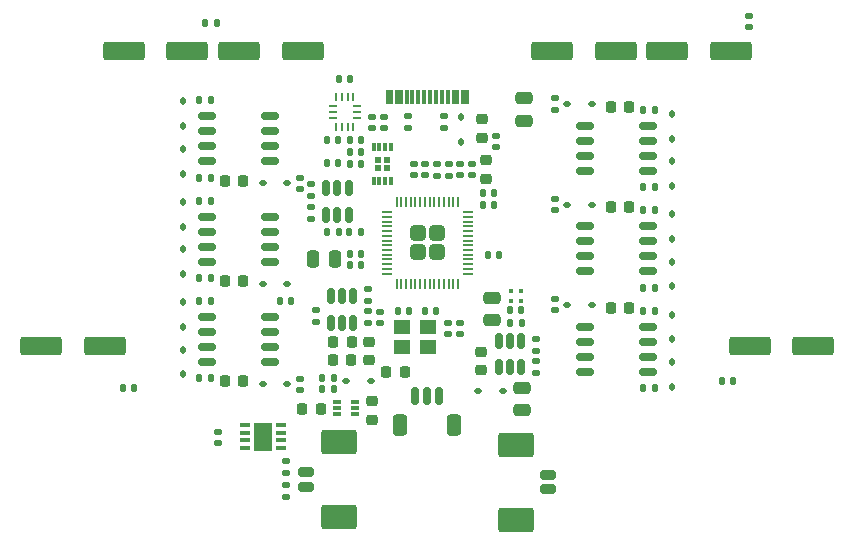
<source format=gbr>
%TF.GenerationSoftware,KiCad,Pcbnew,8.0.2*%
%TF.CreationDate,2024-05-05T14:41:11+02:00*%
%TF.ProjectId,motor_unicorn,6d6f746f-725f-4756-9e69-636f726e2e6b,rev?*%
%TF.SameCoordinates,Original*%
%TF.FileFunction,Paste,Top*%
%TF.FilePolarity,Positive*%
%FSLAX46Y46*%
G04 Gerber Fmt 4.6, Leading zero omitted, Abs format (unit mm)*
G04 Created by KiCad (PCBNEW 8.0.2) date 2024-05-05 14:41:11*
%MOMM*%
%LPD*%
G01*
G04 APERTURE LIST*
G04 Aperture macros list*
%AMRoundRect*
0 Rectangle with rounded corners*
0 $1 Rounding radius*
0 $2 $3 $4 $5 $6 $7 $8 $9 X,Y pos of 4 corners*
0 Add a 4 corners polygon primitive as box body*
4,1,4,$2,$3,$4,$5,$6,$7,$8,$9,$2,$3,0*
0 Add four circle primitives for the rounded corners*
1,1,$1+$1,$2,$3*
1,1,$1+$1,$4,$5*
1,1,$1+$1,$6,$7*
1,1,$1+$1,$8,$9*
0 Add four rect primitives between the rounded corners*
20,1,$1+$1,$2,$3,$4,$5,0*
20,1,$1+$1,$4,$5,$6,$7,0*
20,1,$1+$1,$6,$7,$8,$9,0*
20,1,$1+$1,$8,$9,$2,$3,0*%
G04 Aperture macros list end*
%ADD10R,1.400000X1.200000*%
%ADD11R,0.450000X0.450000*%
%ADD12R,0.600000X0.500000*%
%ADD13R,0.300000X0.750000*%
%ADD14RoundRect,0.140000X0.140000X0.170000X-0.140000X0.170000X-0.140000X-0.170000X0.140000X-0.170000X0*%
%ADD15RoundRect,0.112500X-0.187500X-0.112500X0.187500X-0.112500X0.187500X0.112500X-0.187500X0.112500X0*%
%ADD16RoundRect,0.250000X-0.250000X-0.475000X0.250000X-0.475000X0.250000X0.475000X-0.250000X0.475000X0*%
%ADD17RoundRect,0.250000X-0.475000X0.250000X-0.475000X-0.250000X0.475000X-0.250000X0.475000X0.250000X0*%
%ADD18RoundRect,0.250000X0.475000X-0.250000X0.475000X0.250000X-0.475000X0.250000X-0.475000X-0.250000X0*%
%ADD19RoundRect,0.250000X-1.500000X-0.550000X1.500000X-0.550000X1.500000X0.550000X-1.500000X0.550000X0*%
%ADD20RoundRect,0.112500X0.112500X-0.187500X0.112500X0.187500X-0.112500X0.187500X-0.112500X-0.187500X0*%
%ADD21RoundRect,0.140000X0.170000X-0.140000X0.170000X0.140000X-0.170000X0.140000X-0.170000X-0.140000X0*%
%ADD22RoundRect,0.112500X-0.112500X0.187500X-0.112500X-0.187500X0.112500X-0.187500X0.112500X0.187500X0*%
%ADD23RoundRect,0.140000X-0.140000X-0.170000X0.140000X-0.170000X0.140000X0.170000X-0.140000X0.170000X0*%
%ADD24RoundRect,0.150000X0.150000X-0.512500X0.150000X0.512500X-0.150000X0.512500X-0.150000X-0.512500X0*%
%ADD25R,0.840000X0.350000*%
%ADD26R,1.600000X2.400000*%
%ADD27RoundRect,0.135000X-0.185000X0.135000X-0.185000X-0.135000X0.185000X-0.135000X0.185000X0.135000X0*%
%ADD28R,0.250000X0.675000*%
%ADD29R,0.675000X0.250000*%
%ADD30RoundRect,0.225000X-0.225000X-0.250000X0.225000X-0.250000X0.225000X0.250000X-0.225000X0.250000X0*%
%ADD31RoundRect,0.140000X-0.170000X0.140000X-0.170000X-0.140000X0.170000X-0.140000X0.170000X0.140000X0*%
%ADD32RoundRect,0.135000X0.135000X0.185000X-0.135000X0.185000X-0.135000X-0.185000X0.135000X-0.185000X0*%
%ADD33RoundRect,0.135000X-0.135000X-0.185000X0.135000X-0.185000X0.135000X0.185000X-0.135000X0.185000X0*%
%ADD34RoundRect,0.112500X0.187500X0.112500X-0.187500X0.112500X-0.187500X-0.112500X0.187500X-0.112500X0*%
%ADD35RoundRect,0.218750X-0.256250X0.218750X-0.256250X-0.218750X0.256250X-0.218750X0.256250X0.218750X0*%
%ADD36R,0.300000X1.150000*%
%ADD37RoundRect,0.250000X1.500000X0.550000X-1.500000X0.550000X-1.500000X-0.550000X1.500000X-0.550000X0*%
%ADD38RoundRect,0.150000X-0.625000X-0.150000X0.625000X-0.150000X0.625000X0.150000X-0.625000X0.150000X0*%
%ADD39RoundRect,0.218750X-0.218750X-0.256250X0.218750X-0.256250X0.218750X0.256250X-0.218750X0.256250X0*%
%ADD40RoundRect,0.200000X-0.450000X0.200000X-0.450000X-0.200000X0.450000X-0.200000X0.450000X0.200000X0*%
%ADD41RoundRect,0.250001X-1.249999X0.799999X-1.249999X-0.799999X1.249999X-0.799999X1.249999X0.799999X0*%
%ADD42RoundRect,0.225000X0.225000X0.250000X-0.225000X0.250000X-0.225000X-0.250000X0.225000X-0.250000X0*%
%ADD43RoundRect,0.085000X-0.265000X-0.085000X0.265000X-0.085000X0.265000X0.085000X-0.265000X0.085000X0*%
%ADD44RoundRect,0.150000X0.625000X0.150000X-0.625000X0.150000X-0.625000X-0.150000X0.625000X-0.150000X0*%
%ADD45RoundRect,0.225000X-0.250000X0.225000X-0.250000X-0.225000X0.250000X-0.225000X0.250000X0.225000X0*%
%ADD46RoundRect,0.200000X0.450000X-0.200000X0.450000X0.200000X-0.450000X0.200000X-0.450000X-0.200000X0*%
%ADD47RoundRect,0.250001X1.249999X-0.799999X1.249999X0.799999X-1.249999X0.799999X-1.249999X-0.799999X0*%
%ADD48RoundRect,0.249999X-0.395001X-0.395001X0.395001X-0.395001X0.395001X0.395001X-0.395001X0.395001X0*%
%ADD49RoundRect,0.050000X-0.387500X-0.050000X0.387500X-0.050000X0.387500X0.050000X-0.387500X0.050000X0*%
%ADD50RoundRect,0.050000X-0.050000X-0.387500X0.050000X-0.387500X0.050000X0.387500X-0.050000X0.387500X0*%
%ADD51RoundRect,0.218750X0.256250X-0.218750X0.256250X0.218750X-0.256250X0.218750X-0.256250X-0.218750X0*%
%ADD52RoundRect,0.150000X0.150000X0.625000X-0.150000X0.625000X-0.150000X-0.625000X0.150000X-0.625000X0*%
%ADD53RoundRect,0.250000X0.350000X0.650000X-0.350000X0.650000X-0.350000X-0.650000X0.350000X-0.650000X0*%
G04 APERTURE END LIST*
D10*
%TO.C,Y1*%
X100000Y-2150000D03*
X-2100000Y-2150000D03*
X-2100000Y-3850000D03*
X100000Y-3850000D03*
%TD*%
D11*
%TO.C,D1*%
X7075000Y75000D03*
X7925000Y75000D03*
X7925000Y925000D03*
X7075000Y925000D03*
%TD*%
D12*
%TO.C,U2*%
X-4175000Y11350000D03*
X-3425000Y11350000D03*
X-4175000Y12000000D03*
X-3425000Y12000000D03*
D13*
X-4550000Y10225000D03*
X-4050000Y10225000D03*
X-3550000Y10225000D03*
X-3050000Y10225000D03*
X-3050000Y13125000D03*
X-3550000Y13125000D03*
X-4050000Y13125000D03*
X-4550000Y13125000D03*
%TD*%
D14*
%TO.C,C1*%
X-5620000Y13700000D03*
X-6580000Y13700000D03*
%TD*%
D15*
%TO.C,D22*%
X-6850000Y-6700000D03*
X-4750000Y-6700000D03*
%TD*%
D16*
%TO.C,C47*%
X-9700000Y3600000D03*
X-7800000Y3600000D03*
%TD*%
D17*
%TO.C,C46*%
X8000000Y-7250000D03*
X8000000Y-9150000D03*
%TD*%
D18*
%TO.C,C45*%
X5500000Y-1550000D03*
X5500000Y350000D03*
%TD*%
%TO.C,C42*%
X8200000Y15350000D03*
X8200000Y17250000D03*
%TD*%
D15*
%TO.C,D5*%
X-13945001Y-6950000D03*
X-11845001Y-6950000D03*
%TD*%
D19*
%TO.C,C54*%
X20300000Y21250000D03*
X25700000Y21250000D03*
%TD*%
D20*
%TO.C,D16*%
X20695000Y-3175000D03*
X20695000Y-1075000D03*
%TD*%
D21*
%TO.C,C20*%
X3800000Y10720000D03*
X3800000Y11680000D03*
%TD*%
D22*
%TO.C,D17*%
X20695000Y-5075000D03*
X20695000Y-7175000D03*
%TD*%
D21*
%TO.C,C19*%
X2800000Y10720000D03*
X2800000Y11680000D03*
%TD*%
D23*
%TO.C,C30*%
X-8480000Y13700000D03*
X-7520000Y13700000D03*
%TD*%
%TO.C,C7*%
X7020000Y-700000D03*
X7980000Y-700000D03*
%TD*%
D24*
%TO.C,U31*%
X-8150000Y-1737500D03*
X-7200000Y-1737500D03*
X-6250000Y-1737500D03*
X-6250000Y537500D03*
X-7200000Y537500D03*
X-8150000Y537500D03*
%TD*%
D25*
%TO.C,U9*%
X-12400000Y-12375000D03*
X-12400000Y-11725000D03*
X-12400000Y-11075000D03*
X-12400000Y-10425000D03*
X-15400000Y-10425000D03*
X-15400000Y-11075000D03*
X-15400000Y-11725000D03*
X-15400000Y-12375000D03*
D26*
X-13900000Y-11400000D03*
%TD*%
D27*
%TO.C,R34*%
X-9800000Y10020000D03*
X-9800000Y9000000D03*
%TD*%
D23*
%TO.C,C28*%
X-18780000Y23600000D03*
X-17820000Y23600000D03*
%TD*%
D21*
%TO.C,C34*%
X10795000Y-705000D03*
X10795000Y255000D03*
%TD*%
D28*
%TO.C,U10*%
X-6250000Y17362500D03*
X-6750000Y17362500D03*
X-7250000Y17362500D03*
X-7750000Y17362500D03*
D29*
X-8012500Y16600000D03*
X-8012500Y16100000D03*
X-8012500Y15600000D03*
D28*
X-7750000Y14837500D03*
X-7250000Y14837500D03*
X-6750000Y14837500D03*
X-6250000Y14837500D03*
D29*
X-5987500Y15600000D03*
X-5987500Y16100000D03*
X-5987500Y16600000D03*
%TD*%
D23*
%TO.C,C16*%
X4720000Y8250000D03*
X5680000Y8250000D03*
%TD*%
D27*
%TO.C,R5*%
X790000Y11710000D03*
X790000Y10690000D03*
%TD*%
D24*
%TO.C,U17*%
X6050000Y-5537500D03*
X7000000Y-5537500D03*
X7950000Y-5537500D03*
X7950000Y-3262500D03*
X7000000Y-3262500D03*
X6050000Y-3262500D03*
%TD*%
D14*
%TO.C,C15*%
X-5620000Y3100000D03*
X-6580000Y3100000D03*
%TD*%
D30*
%TO.C,C33*%
X15570000Y16525000D03*
X17120000Y16525000D03*
%TD*%
D31*
%TO.C,C22*%
X-10795000Y-6495000D03*
X-10795000Y-7455000D03*
%TD*%
D22*
%TO.C,D3*%
X-20695000Y-4024999D03*
X-20695000Y-6124999D03*
%TD*%
D27*
%TO.C,R7*%
X-1600000Y15710000D03*
X-1600000Y14690000D03*
%TD*%
%TO.C,R29*%
X9175000Y-5000000D03*
X9175000Y-6020000D03*
%TD*%
D22*
%TO.C,D7*%
X-20695000Y12975001D03*
X-20695000Y10875001D03*
%TD*%
D27*
%TO.C,R4*%
X1800000Y11710000D03*
X1800000Y10690000D03*
%TD*%
D23*
%TO.C,C31*%
X-7480000Y18900000D03*
X-6520000Y18900000D03*
%TD*%
D24*
%TO.C,U30*%
X-8550000Y7362500D03*
X-7600000Y7362500D03*
X-6650000Y7362500D03*
X-6650000Y9637500D03*
X-7600000Y9637500D03*
X-8550000Y9637500D03*
%TD*%
D32*
%TO.C,R13*%
X-18284999Y8575000D03*
X-19304999Y8575000D03*
%TD*%
D33*
%TO.C,R20*%
X18285000Y-725000D03*
X19305000Y-725000D03*
%TD*%
D34*
%TO.C,D21*%
X6425000Y-7510000D03*
X4325000Y-7510000D03*
%TD*%
D35*
%TO.C,L2*%
X4525000Y-4222500D03*
X4525000Y-5797500D03*
%TD*%
D32*
%TO.C,R11*%
X-18284999Y17075000D03*
X-19304999Y17075000D03*
%TD*%
D30*
%TO.C,C37*%
X15570000Y8025000D03*
X17120000Y8025000D03*
%TD*%
D14*
%TO.C,C10*%
X-5620000Y11700000D03*
X-6580000Y11700000D03*
%TD*%
D34*
%TO.C,D18*%
X13945000Y8250000D03*
X11845000Y8250000D03*
%TD*%
D14*
%TO.C,C13*%
X-5620000Y4100000D03*
X-6580000Y4100000D03*
%TD*%
D22*
%TO.C,D14*%
X20695000Y11925000D03*
X20695000Y9825000D03*
%TD*%
D36*
%TO.C,J2*%
X3350000Y17330000D03*
X2550000Y17330000D03*
X1250000Y17330000D03*
X250000Y17330000D03*
X-250000Y17330000D03*
X-1250000Y17330000D03*
X-2550000Y17330000D03*
X-3350000Y17330000D03*
X-3050000Y17330000D03*
X-2250000Y17330000D03*
X-1750000Y17330000D03*
X-750000Y17330000D03*
X750000Y17330000D03*
X1750000Y17330000D03*
X2250000Y17330000D03*
X3050000Y17330000D03*
%TD*%
D21*
%TO.C,C9*%
X-4000000Y-1780000D03*
X-4000000Y-820000D03*
%TD*%
D33*
%TO.C,R2*%
X-8910000Y-6400000D03*
X-7890000Y-6400000D03*
%TD*%
D27*
%TO.C,R6*%
X1400000Y15710000D03*
X1400000Y14690000D03*
%TD*%
D14*
%TO.C,C3*%
X-1520000Y-750000D03*
X-2480000Y-750000D03*
%TD*%
D34*
%TO.C,D15*%
X13945000Y-250000D03*
X11845000Y-250000D03*
%TD*%
D33*
%TO.C,R18*%
X18285000Y16275000D03*
X19305000Y16275000D03*
%TD*%
D37*
%TO.C,C52*%
X-20300000Y21250000D03*
X-25700000Y21250000D03*
%TD*%
D32*
%TO.C,R10*%
X-18285000Y10525001D03*
X-19305000Y10525001D03*
%TD*%
D38*
%TO.C,U12*%
X13325000Y-2095000D03*
X13325000Y-3365000D03*
X13325000Y-4635000D03*
X13325000Y-5905000D03*
X18675000Y-5905000D03*
X18675000Y-4635000D03*
X18675000Y-3365000D03*
X18675000Y-2095000D03*
%TD*%
D39*
%TO.C,L3*%
X-7987500Y-3400000D03*
X-6412500Y-3400000D03*
%TD*%
D33*
%TO.C,R19*%
X18285000Y9725000D03*
X19305000Y9725000D03*
%TD*%
D31*
%TO.C,C23*%
X-10795000Y10505000D03*
X-10795000Y9545000D03*
%TD*%
D32*
%TO.C,R8*%
X-18285000Y-6474999D03*
X-19305000Y-6474999D03*
%TD*%
D31*
%TO.C,C48*%
X-9400000Y-720000D03*
X-9400000Y-1680000D03*
%TD*%
%TO.C,C38*%
X27250000Y24230000D03*
X27250000Y23270000D03*
%TD*%
D21*
%TO.C,C36*%
X10795000Y7795000D03*
X10795000Y8755000D03*
%TD*%
D40*
%TO.C,J3*%
X10250000Y-14625000D03*
X10250000Y-15875000D03*
D41*
X7500000Y-12075000D03*
X7500000Y-18425000D03*
%TD*%
D38*
%TO.C,U11*%
X13325000Y14905000D03*
X13325000Y13635000D03*
X13325000Y12365000D03*
X13325000Y11095000D03*
X18675000Y11095000D03*
X18675000Y12365000D03*
X18675000Y13635000D03*
X18675000Y14905000D03*
%TD*%
D42*
%TO.C,C26*%
X-15570000Y1775000D03*
X-17120000Y1775000D03*
%TD*%
%TO.C,C2*%
X-9025000Y-9100000D03*
X-10575000Y-9100000D03*
%TD*%
D43*
%TO.C,U1*%
X-7650000Y-8500000D03*
X-7650000Y-9000000D03*
X-7650000Y-9500000D03*
X-6150000Y-9500000D03*
X-6150000Y-9000000D03*
X-6150000Y-8500000D03*
%TD*%
D27*
%TO.C,R33*%
X-9800000Y8010000D03*
X-9800000Y6990000D03*
%TD*%
D20*
%TO.C,D2*%
X2900000Y13550000D03*
X2900000Y15650000D03*
%TD*%
D15*
%TO.C,D9*%
X-13945001Y1550000D03*
X-11845001Y1550000D03*
%TD*%
D19*
%TO.C,C53*%
X27300000Y-3750000D03*
X32700000Y-3750000D03*
%TD*%
D33*
%TO.C,R23*%
X18285000Y1225000D03*
X19305000Y1225000D03*
%TD*%
D31*
%TO.C,C8*%
X2750000Y-1770000D03*
X2750000Y-2730000D03*
%TD*%
D33*
%TO.C,R21*%
X18285000Y-7275000D03*
X19305000Y-7275000D03*
%TD*%
D30*
%TO.C,C6*%
X-3475000Y-5900000D03*
X-1925000Y-5900000D03*
%TD*%
D21*
%TO.C,C41*%
X-3700000Y14720000D03*
X-3700000Y15680000D03*
%TD*%
D23*
%TO.C,C25*%
X-12480000Y100000D03*
X-11520000Y100000D03*
%TD*%
D33*
%TO.C,R22*%
X18285000Y7775000D03*
X19305000Y7775000D03*
%TD*%
D35*
%TO.C,FB1*%
X5000000Y11987500D03*
X5000000Y10412500D03*
%TD*%
D23*
%TO.C,C14*%
X5120000Y4000000D03*
X6080000Y4000000D03*
%TD*%
D32*
%TO.C,R9*%
X-18284999Y75000D03*
X-19304999Y75000D03*
%TD*%
D44*
%TO.C,U6*%
X-13325000Y3395000D03*
X-13325000Y4665000D03*
X-13325000Y5935000D03*
X-13325000Y7205000D03*
X-18675000Y7205000D03*
X-18675000Y5935000D03*
X-18675000Y4665000D03*
X-18675000Y3395000D03*
%TD*%
D23*
%TO.C,C18*%
X4720000Y9200000D03*
X5680000Y9200000D03*
%TD*%
D45*
%TO.C,C44*%
X4600000Y15475000D03*
X4600000Y13925000D03*
%TD*%
D37*
%TO.C,C57*%
X-27300000Y-3750000D03*
X-32700000Y-3750000D03*
%TD*%
D14*
%TO.C,C51*%
X-7520000Y11800000D03*
X-8480000Y11800000D03*
%TD*%
D21*
%TO.C,C32*%
X10795000Y16295000D03*
X10795000Y17255000D03*
%TD*%
%TO.C,C29*%
X-17700000Y-11980000D03*
X-17700000Y-11020000D03*
%TD*%
D20*
%TO.C,D4*%
X-20695000Y-2125000D03*
X-20695000Y-25000D03*
%TD*%
D27*
%TO.C,R30*%
X9175000Y-3100000D03*
X9175000Y-4120000D03*
%TD*%
D20*
%TO.C,D8*%
X-20695000Y14875000D03*
X-20695000Y16975000D03*
%TD*%
D27*
%TO.C,R17*%
X-12000000Y-13490000D03*
X-12000000Y-14510000D03*
%TD*%
D21*
%TO.C,C11*%
X-1100000Y10720000D03*
X-1100000Y11680000D03*
%TD*%
D38*
%TO.C,U13*%
X13325000Y6405000D03*
X13325000Y5135000D03*
X13325000Y3865000D03*
X13325000Y2595000D03*
X18675000Y2595000D03*
X18675000Y3865000D03*
X18675000Y5135000D03*
X18675000Y6405000D03*
%TD*%
D46*
%TO.C,J4*%
X-10250000Y-15625000D03*
X-10250000Y-14375000D03*
D47*
X-7500000Y-18175000D03*
X-7500000Y-11825000D03*
%TD*%
D20*
%TO.C,D11*%
X-20695000Y6375000D03*
X-20695000Y8475000D03*
%TD*%
D31*
%TO.C,C43*%
X5800000Y14080000D03*
X5800000Y13120000D03*
%TD*%
D42*
%TO.C,C50*%
X-6425000Y-4900000D03*
X-7975000Y-4900000D03*
%TD*%
D33*
%TO.C,R28*%
X6965000Y-1810000D03*
X7985000Y-1810000D03*
%TD*%
D22*
%TO.C,D20*%
X20695000Y3425000D03*
X20695000Y1325000D03*
%TD*%
D48*
%TO.C,U3*%
X-800000Y5800000D03*
X-800000Y4200000D03*
X800000Y5800000D03*
X800000Y4200000D03*
D49*
X-3437500Y7600000D03*
X-3437500Y7200000D03*
X-3437500Y6800000D03*
X-3437500Y6400000D03*
X-3437500Y6000000D03*
X-3437500Y5600000D03*
X-3437500Y5200000D03*
X-3437500Y4800000D03*
X-3437500Y4400000D03*
X-3437500Y4000000D03*
X-3437500Y3600000D03*
X-3437500Y3200000D03*
X-3437500Y2800000D03*
X-3437500Y2400000D03*
D50*
X-2600000Y1562500D03*
X-2200000Y1562500D03*
X-1800000Y1562500D03*
X-1400000Y1562500D03*
X-1000000Y1562500D03*
X-600000Y1562500D03*
X-200000Y1562500D03*
X200000Y1562500D03*
X600000Y1562500D03*
X1000000Y1562500D03*
X1400000Y1562500D03*
X1800000Y1562500D03*
X2200000Y1562500D03*
X2600000Y1562500D03*
D49*
X3437500Y2400000D03*
X3437500Y2800000D03*
X3437500Y3200000D03*
X3437500Y3600000D03*
X3437500Y4000000D03*
X3437500Y4400000D03*
X3437500Y4800000D03*
X3437500Y5200000D03*
X3437500Y5600000D03*
X3437500Y6000000D03*
X3437500Y6400000D03*
X3437500Y6800000D03*
X3437500Y7200000D03*
X3437500Y7600000D03*
D50*
X2600000Y8437500D03*
X2200000Y8437500D03*
X1800000Y8437500D03*
X1400000Y8437500D03*
X1000000Y8437500D03*
X600000Y8437500D03*
X200000Y8437500D03*
X-200000Y8437500D03*
X-600000Y8437500D03*
X-1000000Y8437500D03*
X-1400000Y8437500D03*
X-1800000Y8437500D03*
X-2200000Y8437500D03*
X-2600000Y8437500D03*
%TD*%
D32*
%TO.C,R27*%
X-5590000Y5900000D03*
X-6610000Y5900000D03*
%TD*%
D51*
%TO.C,L1*%
X-4700000Y-8412500D03*
X-4700000Y-9987500D03*
%TD*%
D14*
%TO.C,C4*%
X-5620000Y12700000D03*
X-6580000Y12700000D03*
%TD*%
D23*
%TO.C,C39*%
X24920000Y-6700000D03*
X25880000Y-6700000D03*
%TD*%
D31*
%TO.C,C17*%
X1750000Y-1770000D03*
X1750000Y-2730000D03*
%TD*%
D27*
%TO.C,R32*%
X-5000000Y1110000D03*
X-5000000Y90000D03*
%TD*%
D15*
%TO.C,D6*%
X-13945001Y10050000D03*
X-11845001Y10050000D03*
%TD*%
D37*
%TO.C,C55*%
X15950000Y21250000D03*
X10550000Y21250000D03*
%TD*%
D34*
%TO.C,D12*%
X13945000Y16750000D03*
X11845000Y16750000D03*
%TD*%
D21*
%TO.C,C40*%
X-4700000Y14720000D03*
X-4700000Y15680000D03*
%TD*%
D27*
%TO.C,R16*%
X-12000000Y-15490000D03*
X-12000000Y-16510000D03*
%TD*%
D42*
%TO.C,C21*%
X-15570000Y-6725000D03*
X-17120000Y-6725000D03*
%TD*%
D19*
%TO.C,C56*%
X-15950000Y21250000D03*
X-10550000Y21250000D03*
%TD*%
D20*
%TO.C,D19*%
X20695000Y5325000D03*
X20695000Y7425000D03*
%TD*%
D23*
%TO.C,C5*%
X-230000Y-750000D03*
X730000Y-750000D03*
%TD*%
D44*
%TO.C,U4*%
X-13325000Y-5105000D03*
X-13325000Y-3835000D03*
X-13325000Y-2565000D03*
X-13325000Y-1295000D03*
X-18675000Y-1295000D03*
X-18675000Y-2565000D03*
X-18675000Y-3835000D03*
X-18675000Y-5105000D03*
%TD*%
D32*
%TO.C,R12*%
X-18285000Y2025001D03*
X-19305000Y2025001D03*
%TD*%
D42*
%TO.C,C24*%
X-15570000Y10275000D03*
X-17120000Y10275000D03*
%TD*%
D30*
%TO.C,C35*%
X15570000Y-475000D03*
X17120000Y-475000D03*
%TD*%
D44*
%TO.C,U5*%
X-13325000Y11895000D03*
X-13325000Y13165000D03*
X-13325000Y14435000D03*
X-13325000Y15705000D03*
X-18675000Y15705000D03*
X-18675000Y14435000D03*
X-18675000Y13165000D03*
X-18675000Y11895000D03*
%TD*%
D52*
%TO.C,J1*%
X1000000Y-7925000D03*
X0Y-7925000D03*
X-1000000Y-7925000D03*
D53*
X2300000Y-10450000D03*
X-2300000Y-10450000D03*
%TD*%
D27*
%TO.C,R31*%
X-5000000Y-800000D03*
X-5000000Y-1820000D03*
%TD*%
D45*
%TO.C,C49*%
X-4950000Y-3375000D03*
X-4950000Y-4925000D03*
%TD*%
D21*
%TO.C,C12*%
X-150000Y10720000D03*
X-150000Y11680000D03*
%TD*%
D22*
%TO.C,D10*%
X-20695000Y4475001D03*
X-20695000Y2375001D03*
%TD*%
D20*
%TO.C,D13*%
X20695000Y13825000D03*
X20695000Y15925000D03*
%TD*%
D32*
%TO.C,R1*%
X-7890000Y-7400000D03*
X-8910000Y-7400000D03*
%TD*%
D14*
%TO.C,C27*%
X-24790000Y-7250000D03*
X-25750000Y-7250000D03*
%TD*%
D33*
%TO.C,R26*%
X-8510000Y5900000D03*
X-7490000Y5900000D03*
%TD*%
M02*

</source>
